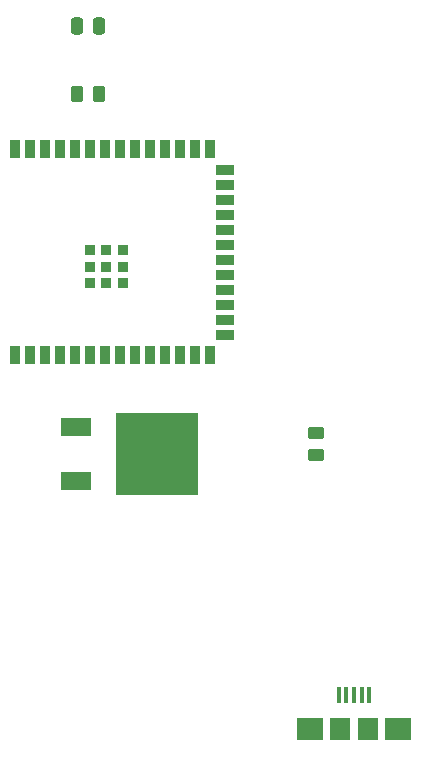
<source format=gbr>
%TF.GenerationSoftware,KiCad,Pcbnew,7.0.10*%
%TF.CreationDate,2024-03-26T13:41:38-05:00*%
%TF.ProjectId,ESP32,45535033-322e-46b6-9963-61645f706362,rev?*%
%TF.SameCoordinates,Original*%
%TF.FileFunction,Paste,Top*%
%TF.FilePolarity,Positive*%
%FSLAX46Y46*%
G04 Gerber Fmt 4.6, Leading zero omitted, Abs format (unit mm)*
G04 Created by KiCad (PCBNEW 7.0.10) date 2024-03-26 13:41:38*
%MOMM*%
%LPD*%
G01*
G04 APERTURE LIST*
G04 Aperture macros list*
%AMRoundRect*
0 Rectangle with rounded corners*
0 $1 Rounding radius*
0 $2 $3 $4 $5 $6 $7 $8 $9 X,Y pos of 4 corners*
0 Add a 4 corners polygon primitive as box body*
4,1,4,$2,$3,$4,$5,$6,$7,$8,$9,$2,$3,0*
0 Add four circle primitives for the rounded corners*
1,1,$1+$1,$2,$3*
1,1,$1+$1,$4,$5*
1,1,$1+$1,$6,$7*
1,1,$1+$1,$8,$9*
0 Add four rect primitives between the rounded corners*
20,1,$1+$1,$2,$3,$4,$5,0*
20,1,$1+$1,$4,$5,$6,$7,0*
20,1,$1+$1,$6,$7,$8,$9,0*
20,1,$1+$1,$8,$9,$2,$3,0*%
G04 Aperture macros list end*
%ADD10R,0.400000X1.400000*%
%ADD11R,2.300000X1.900000*%
%ADD12R,1.800000X1.900000*%
%ADD13RoundRect,0.250000X-0.450000X0.262500X-0.450000X-0.262500X0.450000X-0.262500X0.450000X0.262500X0*%
%ADD14R,0.889000X1.498600*%
%ADD15R,1.498600X0.889000*%
%ADD16R,0.889000X0.889000*%
%ADD17RoundRect,0.250000X0.250000X0.475000X-0.250000X0.475000X-0.250000X-0.475000X0.250000X-0.475000X0*%
%ADD18RoundRect,0.250000X-0.262500X-0.450000X0.262500X-0.450000X0.262500X0.450000X-0.262500X0.450000X0*%
%ADD19R,2.500000X1.500000*%
%ADD20R,7.000000X7.000000*%
G04 APERTURE END LIST*
D10*
%TO.C,MicroUSB_5V1A_Wall1*%
X114700000Y-127800000D03*
X115350000Y-127800000D03*
X116000000Y-127800000D03*
X116650000Y-127800000D03*
X117300000Y-127800000D03*
D11*
X112250000Y-130650000D03*
D12*
X114850000Y-130650000D03*
X117150000Y-130650000D03*
D11*
X119750000Y-130650000D03*
%TD*%
D13*
%TO.C,R2*%
X112799500Y-105640500D03*
X112799500Y-107465500D03*
%TD*%
D14*
%TO.C,U2*%
X87320000Y-99047000D03*
X88590000Y-99047000D03*
X89860000Y-99047000D03*
X91130000Y-99047000D03*
X92400000Y-99047000D03*
X93670000Y-99047000D03*
X94940000Y-99047000D03*
X96210000Y-99047000D03*
X97480000Y-99047000D03*
X98750000Y-99047000D03*
X100020000Y-99047000D03*
X101290000Y-99047000D03*
X102560000Y-99047000D03*
X103830000Y-99047000D03*
D15*
X105080000Y-97282000D03*
X105080000Y-96012000D03*
X105080000Y-94742000D03*
X105080000Y-93472000D03*
X105080000Y-92202000D03*
X105080000Y-90932000D03*
X105080000Y-89662000D03*
X105080000Y-88392000D03*
X105080000Y-87122000D03*
X105080000Y-85852000D03*
X105080000Y-84582000D03*
X105080000Y-83312000D03*
D14*
X103830000Y-81547000D03*
X102560000Y-81547000D03*
X101290000Y-81547000D03*
X100020000Y-81547000D03*
X98750000Y-81547000D03*
X97480000Y-81547000D03*
X96210000Y-81547000D03*
X94940000Y-81547000D03*
X93670000Y-81547000D03*
X92400000Y-81547000D03*
X91130000Y-81547000D03*
X89860000Y-81547000D03*
X88590000Y-81547000D03*
X87320000Y-81547000D03*
D16*
X95040000Y-91547000D03*
X93640000Y-91547000D03*
X93640000Y-92947000D03*
X95040000Y-92947000D03*
X96440000Y-92947000D03*
X96440000Y-91547000D03*
X96440000Y-90147000D03*
X95040000Y-90147000D03*
X93640000Y-90147000D03*
%TD*%
D17*
%TO.C,C2*%
X94422000Y-71168500D03*
X92522000Y-71168500D03*
%TD*%
D18*
%TO.C,R3*%
X92559500Y-76883500D03*
X94384500Y-76883500D03*
%TD*%
D19*
%TO.C,U1*%
X92464000Y-109702000D03*
D20*
X99314000Y-107402000D03*
D19*
X92464000Y-105102000D03*
%TD*%
M02*

</source>
